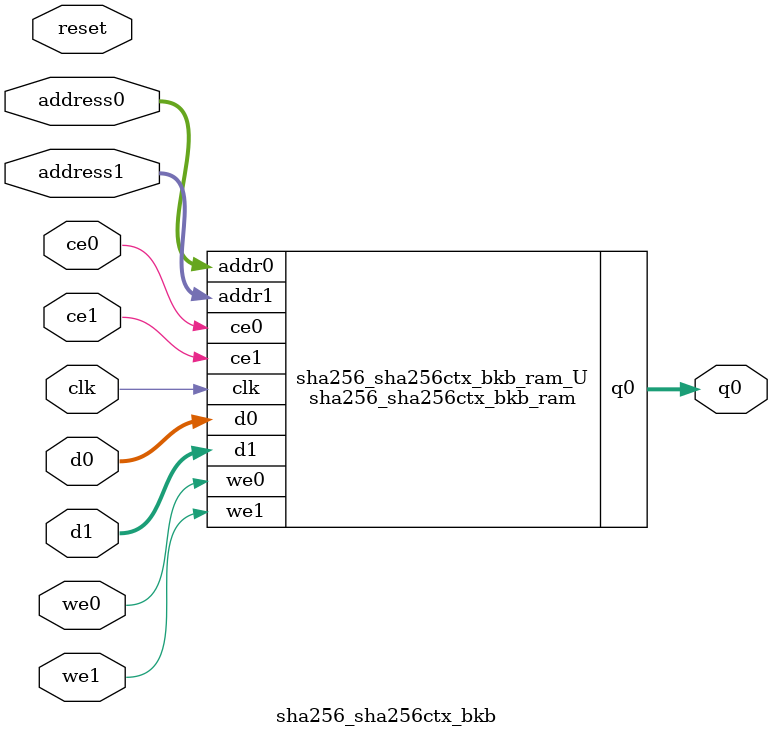
<source format=v>
`timescale 1 ns / 1 ps
module sha256_sha256ctx_bkb_ram (addr0, ce0, d0, we0, q0, addr1, ce1, d1, we1,  clk);

parameter DWIDTH = 8;
parameter AWIDTH = 4;
parameter MEM_SIZE = 16;

input[AWIDTH-1:0] addr0;
input ce0;
input[DWIDTH-1:0] d0;
input we0;
output reg[DWIDTH-1:0] q0;
input[AWIDTH-1:0] addr1;
input ce1;
input[DWIDTH-1:0] d1;
input we1;
input clk;

(* ram_style = "block" *)reg [DWIDTH-1:0] ram[0:MEM_SIZE-1];




always @(posedge clk)  
begin 
    if (ce0) 
    begin
        if (we0) 
        begin 
            ram[addr0] <= d0; 
        end 
        q0 <= ram[addr0];
    end
end


always @(posedge clk)  
begin 
    if (ce1) 
    begin
        if (we1) 
        begin 
            ram[addr1] <= d1; 
        end 
    end
end


endmodule

`timescale 1 ns / 1 ps
module sha256_sha256ctx_bkb(
    reset,
    clk,
    address0,
    ce0,
    we0,
    d0,
    q0,
    address1,
    ce1,
    we1,
    d1);

parameter DataWidth = 32'd8;
parameter AddressRange = 32'd16;
parameter AddressWidth = 32'd4;
input reset;
input clk;
input[AddressWidth - 1:0] address0;
input ce0;
input we0;
input[DataWidth - 1:0] d0;
output[DataWidth - 1:0] q0;
input[AddressWidth - 1:0] address1;
input ce1;
input we1;
input[DataWidth - 1:0] d1;



sha256_sha256ctx_bkb_ram sha256_sha256ctx_bkb_ram_U(
    .clk( clk ),
    .addr0( address0 ),
    .ce0( ce0 ),
    .we0( we0 ),
    .d0( d0 ),
    .q0( q0 ),
    .addr1( address1 ),
    .ce1( ce1 ),
    .we1( we1 ),
    .d1( d1 ));

endmodule


</source>
